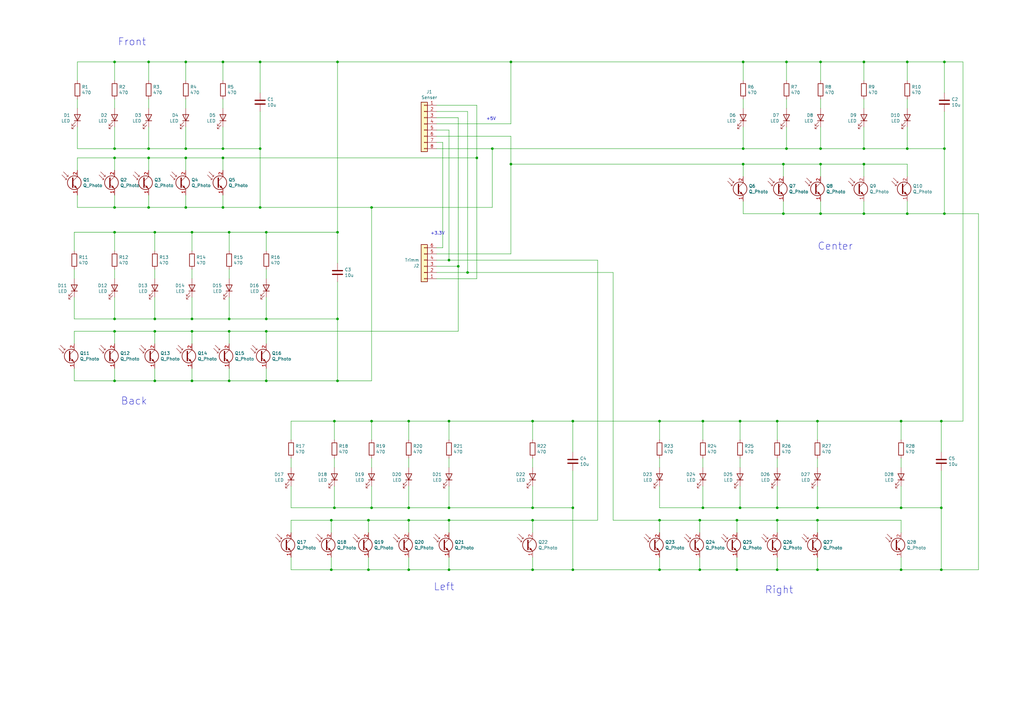
<source format=kicad_sch>
(kicad_sch (version 20211123) (generator eeschema)
  (paper "A3")
  (title_block (title "line senser") (date "2022-02-20") (rev "1.0") (company "Saeki.A"))
  (lib_symbols
    (symbol "Connector_Generic:Conn_01x06" (pin_names (offset 1.016) hide)
      (property "Reference" "J" (at 0 7.62 0))
      (property "Value" "Conn_01x06" (at 0 -10.16 0))
      (symbol "Conn_01x06_1_1"
        (rectangle (start -1.27 -7.493) (end 0 -7.747) (stroke (width 0.1524)))
        (rectangle (start -1.27 -4.953) (end 0 -5.207) (stroke (width 0.1524)))
        (rectangle (start -1.27 -2.413) (end 0 -2.667) (stroke (width 0.1524)))
        (rectangle (start -1.27 0.127) (end 0 -0.127) (stroke (width 0.1524)))
        (rectangle (start -1.27 2.667) (end 0 2.413) (stroke (width 0.1524)))
        (rectangle (start -1.27 5.207) (end 0 4.953) (stroke (width 0.1524)))
        (rectangle (start -1.27 6.35) (end 1.27 -8.89) (stroke (width 0.254)) (fill (type background)))
        (pin passive line (at -5.08 5.08 0) (length 3.81) (name "Pin_1") (number "1"))
        (pin passive line (at -5.08 2.54 0) (length 3.81) (name "Pin_2") (number "2"))
        (pin passive line (at -5.08 0 0) (length 3.81) (name "Pin_3") (number "3"))
        (pin passive line (at -5.08 -2.54 0) (length 3.81) (name "Pin_4") (number "4"))
        (pin passive line (at -5.08 -5.08 0) (length 3.81) (name "Pin_5") (number "5"))
        (pin passive line (at -5.08 -7.62 0) (length 3.81) (name "Pin_6") (number "6"))
      )
    )
    (symbol "Connector_Generic:Conn_01x08" (pin_names (offset 1.016) hide)
      (property "Reference" "J" (at 0 10.16 0))
      (property "Value" "Conn_01x08" (at 0 -12.7 0))
      (symbol "Conn_01x08_1_1"
        (rectangle (start -1.27 -10.033) (end 0 -10.287) (stroke (width 0.1524)))
        (rectangle (start -1.27 -7.493) (end 0 -7.747) (stroke (width 0.1524)))
        (rectangle (start -1.27 -4.953) (end 0 -5.207) (stroke (width 0.1524)))
        (rectangle (start -1.27 -2.413) (end 0 -2.667) (stroke (width 0.1524)))
        (rectangle (start -1.27 0.127) (end 0 -0.127) (stroke (width 0.1524)))
        (rectangle (start -1.27 2.667) (end 0 2.413) (stroke (width 0.1524)))
        (rectangle (start -1.27 5.207) (end 0 4.953) (stroke (width 0.1524)))
        (rectangle (start -1.27 7.747) (end 0 7.493) (stroke (width 0.1524)))
        (rectangle (start -1.27 8.89) (end 1.27 -11.43) (stroke (width 0.254)) (fill (type background)))
        (pin passive line (at -5.08 7.62 0) (length 3.81) (name "Pin_1") (number "1"))
        (pin passive line (at -5.08 5.08 0) (length 3.81) (name "Pin_2") (number "2"))
        (pin passive line (at -5.08 2.54 0) (length 3.81) (name "Pin_3") (number "3"))
        (pin passive line (at -5.08 0 0) (length 3.81) (name "Pin_4") (number "4"))
        (pin passive line (at -5.08 -2.54 0) (length 3.81) (name "Pin_5") (number "5"))
        (pin passive line (at -5.08 -5.08 0) (length 3.81) (name "Pin_6") (number "6"))
        (pin passive line (at -5.08 -7.62 0) (length 3.81) (name "Pin_7") (number "7"))
        (pin passive line (at -5.08 -10.16 0) (length 3.81) (name "Pin_8") (number "8"))
      )
    )
    (symbol "Device:C" (pin_numbers hide) (pin_names (offset 0.254))
      (property "Reference" "C" (at 0.635 2.54 0))
      (property "Value" "C" (at 0.635 -2.54 0))
      (symbol "C_0_1"
        (polyline (pts (xy -2.032 -0.762) (xy 2.032 -0.762)) (stroke (width 0.508)))
        (polyline (pts (xy -2.032 0.762) (xy 2.032 0.762)) (stroke (width 0.508)))
      )
      (symbol "C_1_1"
        (pin passive line (at 0 3.81 270) (length 2.794) (name "~") (number "1"))
        (pin passive line (at 0 -3.81 90) (length 2.794) (name "~") (number "2"))
      )
    )
    (symbol "Device:LED" (pin_numbers hide) (pin_names (offset 1.016) hide)
      (property "Reference" "D" (at 0 2.54 0))
      (property "Value" "LED" (at 0 -2.54 0))
      (symbol "LED_0_1"
        (polyline (pts (xy -1.27 -1.27) (xy -1.27 1.27)) (stroke (width 0.254)))
        (polyline (pts (xy -1.27 0) (xy 1.27 0)))
        (polyline (pts (xy 1.27 -1.27) (xy 1.27 1.27) (xy -1.27 0) (xy 1.27 -1.27)) (stroke (width 0.254)))
        (polyline (pts (xy -3.048 -0.762) (xy -4.572 -2.286) (xy -3.81 -2.286) (xy -4.572 -2.286) (xy -4.572 -1.524)))
        (polyline (pts (xy -1.778 -0.762) (xy -3.302 -2.286) (xy -2.54 -2.286) (xy -3.302 -2.286) (xy -3.302 -1.524)))
      )
      (symbol "LED_1_1"
        (pin passive line (at -3.81 0 0) (length 2.54) (name "K") (number "1"))
        (pin passive line (at 3.81 0 180) (length 2.54) (name "A") (number "2"))
      )
    )
    (symbol "Device:Q_Photo_NPN_EC" (pin_names (offset 0) hide)
      (property "Reference" "Q" (at 5.08 1.27 0))
      (property "Value" "Q_Photo_NPN_EC" (at 5.08 -1.27 0))
      (symbol "Q_Photo_NPN_EC_0_1"
        (polyline (pts (xy -1.905 1.27) (xy -2.54 1.27)))
        (polyline (pts (xy -1.27 2.54) (xy -1.905 2.54)))
        (polyline (pts (xy 0.635 0.635) (xy 2.54 2.54)))
        (polyline (pts (xy -3.81 3.175) (xy -1.905 1.27) (xy -1.905 1.905)))
        (polyline (pts (xy -3.175 4.445) (xy -1.27 2.54) (xy -1.27 3.175)))
        (polyline (pts (xy 0.635 -0.635) (xy 2.54 -2.54) (xy 2.54 -2.54)))
        (polyline (pts (xy 0.635 1.905) (xy 0.635 -1.905) (xy 0.635 -1.905)) (stroke (width 0.508)))
        (polyline (pts (xy 1.27 -1.778) (xy 1.778 -1.27) (xy 2.286 -2.286) (xy 1.27 -1.778) (xy 1.27 -1.778)) (fill (type outline)))
        (circle (center 1.27 0) (radius 2.8194) (stroke (width 0.254)))
      )
      (symbol "Q_Photo_NPN_EC_1_1"
        (pin passive line (at 2.54 -5.08 90) (length 2.54) (name "E") (number "1"))
        (pin passive line (at 2.54 5.08 270) (length 2.54) (name "C") (number "2"))
      )
    )
    (symbol "Device:R" (pin_numbers hide) (pin_names (offset 0))
      (property "Reference" "R" (at 2.032 0 90))
      (property "Value" "R" (at 0 0 90))
      (symbol "R_0_1"
        (rectangle (start -1.016 -2.54) (end 1.016 2.54) (stroke (width 0.254)))
      )
      (symbol "R_1_1"
        (pin passive line (at 0 3.81 270) (length 1.27) (name "~") (number "1"))
        (pin passive line (at 0 -3.81 90) (length 1.27) (name "~") (number "2"))
      )
    )
  )
  (junction (at 152.4 172.72))
  (junction (at 184.15 233.68))
  (junction (at 63.5 135.89))
  (junction (at 288.29 172.72))
  (junction (at 109.22 95.25))
  (junction (at 304.8 25.4))
  (junction (at 137.16 208.28))
  (junction (at 302.26 213.36))
  (junction (at 91.44 60.96))
  (junction (at 60.96 85.09))
  (junction (at 46.99 95.25))
  (junction (at 91.44 25.4))
  (junction (at 167.64 233.68))
  (junction (at 78.74 130.81))
  (junction (at 46.99 25.4))
  (junction (at 321.31 87.63))
  (junction (at 369.57 208.28))
  (junction (at 93.98 95.25))
  (junction (at 318.77 233.68))
  (junction (at 109.22 135.89))
  (junction (at 322.58 60.96))
  (junction (at 336.55 60.96))
  (junction (at 318.77 213.36))
  (junction (at 218.44 208.28))
  (junction (at 336.55 25.4))
  (junction (at 386.08 233.68))
  (junction (at 318.77 172.72))
  (junction (at 46.99 85.09))
  (junction (at 335.28 172.72))
  (junction (at 336.55 87.63))
  (junction (at 152.4 208.28))
  (junction (at 78.74 135.89))
  (junction (at 60.96 25.4))
  (junction (at 184.15 172.72))
  (junction (at 106.68 25.4))
  (junction (at 369.57 233.68))
  (junction (at 354.33 25.4))
  (junction (at 137.16 172.72))
  (junction (at 354.33 60.96))
  (junction (at 76.2 25.4))
  (junction (at 304.8 60.96))
  (junction (at 218.44 233.68))
  (junction (at 372.11 60.96))
  (junction (at 372.11 87.63))
  (junction (at 318.77 208.28))
  (junction (at 287.02 213.36))
  (junction (at 135.89 213.36))
  (junction (at 46.99 135.89))
  (junction (at 187.96 109.22))
  (junction (at 218.44 172.72))
  (junction (at 386.08 208.28))
  (junction (at 135.89 233.68))
  (junction (at 184.15 208.28))
  (junction (at 270.51 213.36))
  (junction (at 63.5 95.25))
  (junction (at 91.44 85.09))
  (junction (at 91.44 64.77))
  (junction (at 387.35 60.96))
  (junction (at 76.2 60.96))
  (junction (at 46.99 130.81))
  (junction (at 106.68 60.96))
  (junction (at 63.5 156.21))
  (junction (at 386.08 172.72))
  (junction (at 209.55 25.4))
  (junction (at 287.02 233.68))
  (junction (at 138.43 95.25))
  (junction (at 195.58 64.77))
  (junction (at 76.2 85.09))
  (junction (at 184.15 106.68))
  (junction (at 270.51 172.72))
  (junction (at 151.13 233.68))
  (junction (at 387.35 25.4))
  (junction (at 335.28 233.68))
  (junction (at 78.74 95.25))
  (junction (at 191.77 111.76))
  (junction (at 78.74 156.21))
  (junction (at 234.95 208.28))
  (junction (at 354.33 67.31))
  (junction (at 335.28 208.28))
  (junction (at 304.8 67.31))
  (junction (at 60.96 60.96))
  (junction (at 138.43 25.4))
  (junction (at 46.99 64.77))
  (junction (at 369.57 172.72))
  (junction (at 302.26 233.68))
  (junction (at 288.29 208.28))
  (junction (at 138.43 156.21))
  (junction (at 76.2 64.77))
  (junction (at 167.64 208.28))
  (junction (at 109.22 130.81))
  (junction (at 60.96 64.77))
  (junction (at 209.55 67.31))
  (junction (at 46.99 60.96))
  (junction (at 270.51 233.68))
  (junction (at 303.53 208.28))
  (junction (at 46.99 156.21))
  (junction (at 106.68 85.09))
  (junction (at 167.64 172.72))
  (junction (at 303.53 172.72))
  (junction (at 93.98 156.21))
  (junction (at 138.43 130.81))
  (junction (at 93.98 135.89))
  (junction (at 201.93 60.96))
  (junction (at 335.28 213.36))
  (junction (at 322.58 25.4))
  (junction (at 151.13 213.36))
  (junction (at 321.31 67.31))
  (junction (at 152.4 85.09))
  (junction (at 387.35 87.63))
  (junction (at 372.11 25.4))
  (junction (at 234.95 172.72))
  (junction (at 167.64 213.36))
  (junction (at 109.22 156.21))
  (junction (at 218.44 213.36))
  (junction (at 354.33 87.63))
  (junction (at 234.95 233.68))
  (junction (at 63.5 130.81))
  (junction (at 93.98 130.81))
  (junction (at 336.55 67.31))
  (junction (at 184.15 213.36))
  (wire (pts (xy 31.75 52.07) (xy 31.75 60.96)))
  (wire (pts (xy 30.48 121.92) (xy 30.48 130.81)))
  (wire (pts (xy 152.4 172.72) (xy 152.4 180.34)))
  (wire (pts (xy 369.57 218.44) (xy 369.57 213.36)))
  (wire (pts (xy 138.43 25.4) (xy 209.55 25.4)))
  (wire (pts (xy 46.99 69.85) (xy 46.99 64.77)))
  (wire (pts (xy 137.16 208.28) (xy 152.4 208.28)))
  (wire (pts (xy 218.44 208.28) (xy 218.44 199.39)))
  (wire (pts (xy 60.96 80.01) (xy 60.96 85.09)))
  (wire (pts (xy 304.8 60.96) (xy 322.58 60.96)))
  (wire (pts (xy 30.48 156.21) (xy 46.99 156.21)))
  (wire (pts (xy 167.64 172.72) (xy 167.64 180.34)))
  (wire (pts (xy 303.53 172.72) (xy 318.77 172.72)))
  (wire (pts (xy 218.44 208.28) (xy 234.95 208.28)))
  (wire (pts (xy 369.57 208.28) (xy 386.08 208.28)))
  (wire (pts (xy 304.8 67.31) (xy 209.55 67.31)))
  (wire (pts (xy 109.22 156.21) (xy 138.43 156.21)))
  (wire (pts (xy 318.77 218.44) (xy 318.77 213.36)))
  (wire (pts (xy 369.57 172.72) (xy 369.57 180.34)))
  (wire (pts (xy 336.55 52.07) (xy 336.55 60.96)))
  (wire (pts (xy 78.74 95.25) (xy 93.98 95.25)))
  (wire (pts (xy 303.53 199.39) (xy 303.53 208.28)))
  (wire (pts (xy 91.44 80.01) (xy 91.44 85.09)))
  (wire (pts (xy 234.95 193.04) (xy 234.95 208.28)))
  (wire (pts (xy 336.55 82.55) (xy 336.55 87.63)))
  (wire (pts (xy 60.96 60.96) (xy 76.2 60.96)))
  (wire (pts (xy 322.58 40.64) (xy 322.58 44.45)))
  (wire (pts (xy 60.96 85.09) (xy 76.2 85.09)))
  (wire (pts (xy 184.15 53.34) (xy 184.15 106.68)))
  (wire (pts (xy 322.58 25.4) (xy 322.58 33.02)))
  (wire (pts (xy 91.44 25.4) (xy 106.68 25.4)))
  (wire (pts (xy 318.77 172.72) (xy 335.28 172.72)))
  (wire (pts (xy 179.07 106.68) (xy 184.15 106.68)))
  (wire (pts (xy 46.99 151.13) (xy 46.99 156.21)))
  (wire (pts (xy 76.2 64.77) (xy 91.44 64.77)))
  (wire (pts (xy 138.43 156.21) (xy 152.4 156.21)))
  (wire (pts (xy 322.58 52.07) (xy 322.58 60.96)))
  (wire (pts (xy 106.68 45.72) (xy 106.68 60.96)))
  (wire (pts (xy 30.48 151.13) (xy 30.48 156.21)))
  (wire (pts (xy 288.29 187.96) (xy 288.29 191.77)))
  (wire (pts (xy 60.96 69.85) (xy 60.96 64.77)))
  (wire (pts (xy 167.64 228.6) (xy 167.64 233.68)))
  (wire (pts (xy 63.5 110.49) (xy 63.5 114.3)))
  (wire (pts (xy 152.4 172.72) (xy 167.64 172.72)))
  (wire (pts (xy 386.08 193.04) (xy 386.08 208.28)))
  (wire (pts (xy 394.97 172.72) (xy 386.08 172.72)))
  (wire (pts (xy 195.58 43.18) (xy 195.58 64.77)))
  (wire (pts (xy 46.99 40.64) (xy 46.99 44.45)))
  (wire (pts (xy 31.75 25.4) (xy 46.99 25.4)))
  (wire (pts (xy 167.64 208.28) (xy 184.15 208.28)))
  (wire (pts (xy 321.31 67.31) (xy 336.55 67.31)))
  (wire (pts (xy 76.2 80.01) (xy 76.2 85.09)))
  (wire (pts (xy 30.48 135.89) (xy 46.99 135.89)))
  (wire (pts (xy 184.15 218.44) (xy 184.15 213.36)))
  (wire (pts (xy 63.5 156.21) (xy 78.74 156.21)))
  (wire (pts (xy 93.98 140.97) (xy 93.98 135.89)))
  (wire (pts (xy 287.02 218.44) (xy 287.02 213.36)))
  (wire (pts (xy 179.07 60.96) (xy 201.93 60.96)))
  (wire (pts (xy 335.28 208.28) (xy 369.57 208.28)))
  (wire (pts (xy 354.33 67.31) (xy 372.11 67.31)))
  (wire (pts (xy 46.99 110.49) (xy 46.99 114.3)))
  (wire (pts (xy 270.51 228.6) (xy 270.51 233.68)))
  (wire (pts (xy 336.55 40.64) (xy 336.55 44.45)))
  (wire (pts (xy 179.07 111.76) (xy 191.77 111.76)))
  (wire (pts (xy 63.5 95.25) (xy 78.74 95.25)))
  (wire (pts (xy 318.77 208.28) (xy 335.28 208.28)))
  (wire (pts (xy 46.99 64.77) (xy 60.96 64.77)))
  (wire (pts (xy 119.38 199.39) (xy 119.38 208.28)))
  (wire (pts (xy 302.26 218.44) (xy 302.26 213.36)))
  (wire (pts (xy 119.38 218.44) (xy 119.38 213.36)))
  (wire (pts (xy 372.11 60.96) (xy 387.35 60.96)))
  (wire (pts (xy 167.64 233.68) (xy 184.15 233.68)))
  (wire (pts (xy 335.28 187.96) (xy 335.28 191.77)))
  (wire (pts (xy 31.75 25.4) (xy 31.75 33.02)))
  (wire (pts (xy 63.5 140.97) (xy 63.5 135.89)))
  (wire (pts (xy 91.44 25.4) (xy 91.44 33.02)))
  (wire (pts (xy 91.44 60.96) (xy 106.68 60.96)))
  (wire (pts (xy 179.07 109.22) (xy 187.96 109.22)))
  (wire (pts (xy 401.32 87.63) (xy 401.32 233.68)))
  (wire (pts (xy 270.51 213.36) (xy 287.02 213.36)))
  (wire (pts (xy 46.99 25.4) (xy 60.96 25.4)))
  (wire (pts (xy 93.98 130.81) (xy 109.22 130.81)))
  (wire (pts (xy 318.77 187.96) (xy 318.77 191.77)))
  (wire (pts (xy 387.35 87.63) (xy 401.32 87.63)))
  (wire (pts (xy 78.74 156.21) (xy 93.98 156.21)))
  (wire (pts (xy 30.48 95.25) (xy 30.48 102.87)))
  (wire (pts (xy 109.22 151.13) (xy 109.22 156.21)))
  (wire (pts (xy 303.53 172.72) (xy 303.53 180.34)))
  (wire (pts (xy 179.07 45.72) (xy 191.77 45.72)))
  (wire (pts (xy 234.95 172.72) (xy 234.95 185.42)))
  (wire (pts (xy 218.44 213.36) (xy 218.44 218.44)))
  (wire (pts (xy 336.55 60.96) (xy 354.33 60.96)))
  (wire (pts (xy 372.11 25.4) (xy 387.35 25.4)))
  (wire (pts (xy 322.58 60.96) (xy 336.55 60.96)))
  (wire (pts (xy 181.61 58.42) (xy 181.61 101.6)))
  (wire (pts (xy 46.99 156.21) (xy 63.5 156.21)))
  (wire (pts (xy 76.2 69.85) (xy 76.2 64.77)))
  (wire (pts (xy 63.5 95.25) (xy 63.5 102.87)))
  (wire (pts (xy 151.13 233.68) (xy 167.64 233.68)))
  (wire (pts (xy 372.11 82.55) (xy 372.11 87.63)))
  (wire (pts (xy 335.28 233.68) (xy 369.57 233.68)))
  (wire (pts (xy 76.2 60.96) (xy 91.44 60.96)))
  (wire (pts (xy 109.22 95.25) (xy 138.43 95.25)))
  (wire (pts (xy 251.46 111.76) (xy 251.46 213.36)))
  (wire (pts (xy 78.74 121.92) (xy 78.74 130.81)))
  (wire (pts (xy 109.22 110.49) (xy 109.22 114.3)))
  (wire (pts (xy 209.55 67.31) (xy 209.55 104.14)))
  (wire (pts (xy 270.51 172.72) (xy 270.51 180.34)))
  (wire (pts (xy 321.31 87.63) (xy 336.55 87.63)))
  (wire (pts (xy 304.8 82.55) (xy 304.8 87.63)))
  (wire (pts (xy 251.46 213.36) (xy 270.51 213.36)))
  (wire (pts (xy 46.99 95.25) (xy 63.5 95.25)))
  (wire (pts (xy 234.95 233.68) (xy 270.51 233.68)))
  (wire (pts (xy 321.31 72.39) (xy 321.31 67.31)))
  (wire (pts (xy 93.98 95.25) (xy 109.22 95.25)))
  (wire (pts (xy 30.48 110.49) (xy 30.48 114.3)))
  (wire (pts (xy 138.43 130.81) (xy 138.43 156.21)))
  (wire (pts (xy 46.99 95.25) (xy 46.99 102.87)))
  (wire (pts (xy 137.16 172.72) (xy 152.4 172.72)))
  (wire (pts (xy 46.99 80.01) (xy 46.99 85.09)))
  (wire (pts (xy 179.07 50.8) (xy 209.55 50.8)))
  (wire (pts (xy 387.35 25.4) (xy 387.35 38.1)))
  (wire (pts (xy 152.4 85.09) (xy 152.4 156.21)))
  (wire (pts (xy 201.93 85.09) (xy 201.93 60.96)))
  (wire (pts (xy 31.75 80.01) (xy 31.75 85.09)))
  (wire (pts (xy 303.53 187.96) (xy 303.53 191.77)))
  (wire (pts (xy 270.51 208.28) (xy 288.29 208.28)))
  (wire (pts (xy 335.28 172.72) (xy 369.57 172.72)))
  (wire (pts (xy 109.22 156.21) (xy 93.98 156.21)))
  (wire (pts (xy 304.8 40.64) (xy 304.8 44.45)))
  (wire (pts (xy 303.53 208.28) (xy 318.77 208.28)))
  (wire (pts (xy 179.07 114.3) (xy 195.58 114.3)))
  (wire (pts (xy 151.13 218.44) (xy 151.13 213.36)))
  (wire (pts (xy 336.55 72.39) (xy 336.55 67.31)))
  (wire (pts (xy 195.58 64.77) (xy 195.58 114.3)))
  (wire (pts (xy 46.99 25.4) (xy 46.99 33.02)))
  (wire (pts (xy 135.89 228.6) (xy 135.89 233.68)))
  (wire (pts (xy 372.11 25.4) (xy 372.11 33.02)))
  (wire (pts (xy 369.57 187.96) (xy 369.57 191.77)))
  (wire (pts (xy 218.44 233.68) (xy 234.95 233.68)))
  (wire (pts (xy 138.43 95.25) (xy 138.43 107.95)))
  (wire (pts (xy 234.95 208.28) (xy 234.95 233.68)))
  (wire (pts (xy 152.4 85.09) (xy 201.93 85.09)))
  (wire (pts (xy 218.44 228.6) (xy 218.44 233.68)))
  (wire (pts (xy 318.77 228.6) (xy 318.77 233.68)))
  (wire (pts (xy 63.5 151.13) (xy 63.5 156.21)))
  (wire (pts (xy 288.29 172.72) (xy 303.53 172.72)))
  (wire (pts (xy 78.74 110.49) (xy 78.74 114.3)))
  (wire (pts (xy 109.22 135.89) (xy 187.96 135.89)))
  (wire (pts (xy 245.11 213.36) (xy 245.11 106.68)))
  (wire (pts (xy 46.99 85.09) (xy 60.96 85.09)))
  (wire (pts (xy 318.77 233.68) (xy 335.28 233.68)))
  (wire (pts (xy 46.99 121.92) (xy 46.99 130.81)))
  (wire (pts (xy 288.29 199.39) (xy 288.29 208.28)))
  (wire (pts (xy 288.29 208.28) (xy 303.53 208.28)))
  (wire (pts (xy 372.11 60.96) (xy 372.11 52.07)))
  (wire (pts (xy 386.08 172.72) (xy 386.08 185.42)))
  (wire (pts (xy 76.2 25.4) (xy 76.2 33.02)))
  (wire (pts (xy 304.8 25.4) (xy 322.58 25.4)))
  (wire (pts (xy 304.8 52.07) (xy 304.8 60.96)))
  (wire (pts (xy 369.57 199.39) (xy 369.57 208.28)))
  (wire (pts (xy 354.33 25.4) (xy 372.11 25.4)))
  (wire (pts (xy 119.38 208.28) (xy 137.16 208.28)))
  (wire (pts (xy 78.74 151.13) (xy 78.74 156.21)))
  (wire (pts (xy 93.98 121.92) (xy 93.98 130.81)))
  (wire (pts (xy 152.4 187.96) (xy 152.4 191.77)))
  (wire (pts (xy 372.11 87.63) (xy 387.35 87.63)))
  (wire (pts (xy 119.38 187.96) (xy 119.38 191.77)))
  (wire (pts (xy 318.77 172.72) (xy 318.77 180.34)))
  (wire (pts (xy 60.96 25.4) (xy 60.96 33.02)))
  (wire (pts (xy 46.99 140.97) (xy 46.99 135.89)))
  (wire (pts (xy 191.77 111.76) (xy 251.46 111.76)))
  (wire (pts (xy 270.51 218.44) (xy 270.51 213.36)))
  (wire (pts (xy 369.57 228.6) (xy 369.57 233.68)))
  (wire (pts (xy 31.75 69.85) (xy 31.75 64.77)))
  (wire (pts (xy 46.99 60.96) (xy 60.96 60.96)))
  (wire (pts (xy 184.15 172.72) (xy 184.15 180.34)))
  (wire (pts (xy 78.74 135.89) (xy 93.98 135.89)))
  (wire (pts (xy 151.13 228.6) (xy 151.13 233.68)))
  (wire (pts (xy 335.28 213.36) (xy 369.57 213.36)))
  (wire (pts (xy 288.29 172.72) (xy 288.29 180.34)))
  (wire (pts (xy 179.07 58.42) (xy 181.61 58.42)))
  (wire (pts (xy 179.07 43.18) (xy 195.58 43.18)))
  (wire (pts (xy 245.11 106.68) (xy 184.15 106.68)))
  (wire (pts (xy 30.48 140.97) (xy 30.48 135.89)))
  (wire (pts (xy 354.33 87.63) (xy 372.11 87.63)))
  (wire (pts (xy 401.32 233.68) (xy 386.08 233.68)))
  (wire (pts (xy 184.15 213.36) (xy 218.44 213.36)))
  (wire (pts (xy 270.51 199.39) (xy 270.51 208.28)))
  (wire (pts (xy 354.33 60.96) (xy 354.33 52.07)))
  (wire (pts (xy 63.5 130.81) (xy 78.74 130.81)))
  (wire (pts (xy 119.38 228.6) (xy 119.38 233.68)))
  (wire (pts (xy 46.99 52.07) (xy 46.99 60.96)))
  (wire (pts (xy 167.64 213.36) (xy 184.15 213.36)))
  (wire (pts (xy 191.77 45.72) (xy 191.77 111.76)))
  (wire (pts (xy 63.5 135.89) (xy 78.74 135.89)))
  (wire (pts (xy 119.38 172.72) (xy 119.38 180.34)))
  (wire (pts (xy 304.8 67.31) (xy 321.31 67.31)))
  (wire (pts (xy 179.07 53.34) (xy 184.15 53.34)))
  (wire (pts (xy 218.44 213.36) (xy 245.11 213.36)))
  (wire (pts (xy 322.58 25.4) (xy 336.55 25.4)))
  (wire (pts (xy 218.44 172.72) (xy 218.44 180.34)))
  (wire (pts (xy 109.22 130.81) (xy 109.22 121.92)))
  (wire (pts (xy 106.68 25.4) (xy 106.68 38.1)))
  (wire (pts (xy 46.99 130.81) (xy 63.5 130.81)))
  (wire (pts (xy 270.51 172.72) (xy 288.29 172.72)))
  (wire (pts (xy 369.57 233.68) (xy 386.08 233.68)))
  (wire (pts (xy 109.22 95.25) (xy 109.22 102.87)))
  (wire (pts (xy 179.07 48.26) (xy 187.96 48.26)))
  (wire (pts (xy 167.64 187.96) (xy 167.64 191.77)))
  (wire (pts (xy 187.96 48.26) (xy 187.96 109.22)))
  (wire (pts (xy 218.44 172.72) (xy 234.95 172.72)))
  (wire (pts (xy 78.74 130.81) (xy 93.98 130.81)))
  (wire (pts (xy 302.26 233.68) (xy 318.77 233.68)))
  (wire (pts (xy 181.61 101.6) (xy 179.07 101.6)))
  (wire (pts (xy 30.48 130.81) (xy 46.99 130.81)))
  (wire (pts (xy 167.64 218.44) (xy 167.64 213.36)))
  (wire (pts (xy 184.15 172.72) (xy 218.44 172.72)))
  (wire (pts (xy 302.26 213.36) (xy 318.77 213.36)))
  (wire (pts (xy 336.55 25.4) (xy 336.55 33.02)))
  (wire (pts (xy 354.33 40.64) (xy 354.33 44.45)))
  (wire (pts (xy 138.43 115.57) (xy 138.43 130.81)))
  (wire (pts (xy 137.16 172.72) (xy 137.16 180.34)))
  (wire (pts (xy 187.96 135.89) (xy 187.96 109.22)))
  (wire (pts (xy 179.07 55.88) (xy 209.55 55.88)))
  (wire (pts (xy 321.31 82.55) (xy 321.31 87.63)))
  (wire (pts (xy 151.13 213.36) (xy 167.64 213.36)))
  (wire (pts (xy 201.93 60.96) (xy 304.8 60.96)))
  (wire (pts (xy 31.75 85.09) (xy 46.99 85.09)))
  (wire (pts (xy 91.44 85.09) (xy 106.68 85.09)))
  (wire (pts (xy 167.64 172.72) (xy 184.15 172.72)))
  (wire (pts (xy 31.75 64.77) (xy 46.99 64.77)))
  (wire (pts (xy 91.44 40.64) (xy 91.44 44.45)))
  (wire (pts (xy 335.28 172.72) (xy 335.28 180.34)))
  (wire (pts (xy 46.99 135.89) (xy 63.5 135.89)))
  (wire (pts (xy 354.33 60.96) (xy 372.11 60.96)))
  (wire (pts (xy 335.28 199.39) (xy 335.28 208.28)))
  (wire (pts (xy 119.38 213.36) (xy 135.89 213.36)))
  (wire (pts (xy 106.68 60.96) (xy 106.68 85.09)))
  (wire (pts (xy 387.35 60.96) (xy 387.35 87.63)))
  (wire (pts (xy 60.96 52.07) (xy 60.96 60.96)))
  (wire (pts (xy 76.2 25.4) (xy 91.44 25.4)))
  (wire (pts (xy 152.4 208.28) (xy 167.64 208.28)))
  (wire (pts (xy 318.77 199.39) (xy 318.77 208.28)))
  (wire (pts (xy 60.96 64.77) (xy 76.2 64.77)))
  (wire (pts (xy 167.64 199.39) (xy 167.64 208.28)))
  (wire (pts (xy 76.2 40.64) (xy 76.2 44.45)))
  (wire (pts (xy 78.74 95.25) (xy 78.74 102.87)))
  (wire (pts (xy 184.15 233.68) (xy 218.44 233.68)))
  (wire (pts (xy 386.08 208.28) (xy 386.08 233.68)))
  (wire (pts (xy 209.55 55.88) (xy 209.55 67.31)))
  (wire (pts (xy 138.43 95.25) (xy 138.43 25.4)))
  (wire (pts (xy 304.8 72.39) (xy 304.8 67.31)))
  (wire (pts (xy 335.28 218.44) (xy 335.28 213.36)))
  (wire (pts (xy 318.77 213.36) (xy 335.28 213.36)))
  (wire (pts (xy 109.22 130.81) (xy 138.43 130.81)))
  (wire (pts (xy 209.55 50.8) (xy 209.55 25.4)))
  (wire (pts (xy 387.35 45.72) (xy 387.35 60.96)))
  (wire (pts (xy 354.33 25.4) (xy 354.33 33.02)))
  (wire (pts (xy 336.55 67.31) (xy 354.33 67.31)))
  (wire (pts (xy 60.96 40.64) (xy 60.96 44.45)))
  (wire (pts (xy 218.44 187.96) (xy 218.44 191.77)))
  (wire (pts (xy 336.55 25.4) (xy 354.33 25.4)))
  (wire (pts (xy 369.57 172.72) (xy 386.08 172.72)))
  (wire (pts (xy 135.89 233.68) (xy 151.13 233.68)))
  (wire (pts (xy 335.28 228.6) (xy 335.28 233.68)))
  (wire (pts (xy 30.48 95.25) (xy 46.99 95.25)))
  (wire (pts (xy 302.26 228.6) (xy 302.26 233.68)))
  (wire (pts (xy 152.4 199.39) (xy 152.4 208.28)))
  (wire (pts (xy 78.74 140.97) (xy 78.74 135.89)))
  (wire (pts (xy 304.8 25.4) (xy 304.8 33.02)))
  (wire (pts (xy 354.33 87.63) (xy 354.33 82.55)))
  (wire (pts (xy 287.02 233.68) (xy 302.26 233.68)))
  (wire (pts (xy 137.16 187.96) (xy 137.16 191.77)))
  (wire (pts (xy 60.96 25.4) (xy 76.2 25.4)))
  (wire (pts (xy 137.16 199.39) (xy 137.16 208.28)))
  (wire (pts (xy 76.2 85.09) (xy 91.44 85.09)))
  (wire (pts (xy 135.89 213.36) (xy 151.13 213.36)))
  (wire (pts (xy 93.98 95.25) (xy 93.98 102.87)))
  (wire (pts (xy 372.11 67.31) (xy 372.11 72.39)))
  (wire (pts (xy 287.02 228.6) (xy 287.02 233.68)))
  (wire (pts (xy 91.44 69.85) (xy 91.44 64.77)))
  (wire (pts (xy 119.38 172.72) (xy 137.16 172.72)))
  (wire (pts (xy 354.33 67.31) (xy 354.33 72.39)))
  (wire (pts (xy 106.68 25.4) (xy 138.43 25.4)))
  (wire (pts (xy 119.38 233.68) (xy 135.89 233.68)))
  (wire (pts (xy 93.98 151.13) (xy 93.98 156.21)))
  (wire (pts (xy 63.5 121.92) (xy 63.5 130.81)))
  (wire (pts (xy 31.75 60.96) (xy 46.99 60.96)))
  (wire (pts (xy 270.51 187.96) (xy 270.51 191.77)))
  (wire (pts (xy 234.95 172.72) (xy 270.51 172.72)))
  (wire (pts (xy 109.22 135.89) (xy 109.22 140.97)))
  (wire (pts (xy 209.55 25.4) (xy 304.8 25.4)))
  (wire (pts (xy 31.75 40.64) (xy 31.75 44.45)))
  (wire (pts (xy 184.15 208.28) (xy 218.44 208.28)))
  (wire (pts (xy 91.44 64.77) (xy 195.58 64.77)))
  (wire (pts (xy 179.07 104.14) (xy 209.55 104.14)))
  (wire (pts (xy 106.68 85.09) (xy 152.4 85.09)))
  (wire (pts (xy 394.97 25.4) (xy 394.97 172.72)))
  (wire (pts (xy 270.51 233.68) (xy 287.02 233.68)))
  (wire (pts (xy 91.44 52.07) (xy 91.44 60.96)))
  (wire (pts (xy 184.15 199.39) (xy 184.15 208.28)))
  (wire (pts (xy 387.35 25.4) (xy 394.97 25.4)))
  (wire (pts (xy 184.15 187.96) (xy 184.15 191.77)))
  (wire (pts (xy 304.8 87.63) (xy 321.31 87.63)))
  (wire (pts (xy 76.2 52.07) (xy 76.2 60.96)))
  (wire (pts (xy 135.89 218.44) (xy 135.89 213.36)))
  (wire (pts (xy 93.98 110.49) (xy 93.98 114.3)))
  (wire (pts (xy 184.15 228.6) (xy 184.15 233.68)))
  (wire (pts (xy 372.11 40.64) (xy 372.11 44.45)))
  (wire (pts (xy 336.55 87.63) (xy 354.33 87.63)))
  (wire (pts (xy 93.98 135.89) (xy 109.22 135.89)))
  (wire (pts (xy 287.02 213.36) (xy 302.26 213.36)))
  (text "Front" (at 48.26 19.05 0) (effects (font (size 2.9972 2.9972)) (justify left bottom)))
  (text "+5V" (at 199.39 49.53 0) (effects (font (size 1.27 1.27)) (justify left bottom)))
  (text "+3.3V" (at 176.53 96.52 0) (effects (font (size 1.27 1.27)) (justify left bottom)))
  (text "Right" (at 313.69 243.84 0) (effects (font (size 2.9972 2.9972)) (justify left bottom)))
  (text "Center" (at 335.28 102.87 0) (effects (font (size 2.9972 2.9972)) (justify left bottom)))
  (text "Left" (at 177.8 242.57 0) (effects (font (size 2.9972 2.9972)) (justify left bottom)))
  (text "Back" (at 49.53 166.37 0) (effects (font (size 2.9972 2.9972)) (justify left bottom)))
  (symbol (lib_id "Connector_Generic:Conn_01x08") (at 173.99 50.8 0) (mirror y) (unit 1)
    (property "Reference" "J1" (at 176.0728 37.6682 0))
    (property "Value" "Senser" (at 176.0728 39.9796 0))
    (property "Footprint" "0.main.robot:JSTS8B-ZRLFSN" (effects hide))
  )
  (symbol (lib_id "Connector_Generic:Conn_01x06") (at 173.99 109.22 180) (unit 1)
    (property "Reference" "J2" (at 171.958 109.0168 0) (effects (justify left)))
    (property "Value" "Trimm" (at 171.958 106.7054 0) (effects (justify left)))
    (property "Footprint" "0.main.robot:JSTS6B-ZRLFSN" (effects hide))
  )
  (symbol (lib_id "Device:Q_Photo_NPN_EC") (at 267.97 223.52 0) (unit 1)
    (property "Reference" "Q23" (at 272.8214 222.3516 0) (effects (justify left)))
    (property "Value" "Q_Photo" (at 272.8214 224.663 0) (effects (justify left)))
    (property "Footprint" "0.main.robot:NJL7502L" (effects hide))
  )
  (symbol (lib_id "Device:Q_Photo_NPN_EC") (at 318.77 77.47 0) (unit 1)
    (property "Reference" "Q7" (at 323.6214 76.3016 0) (effects (justify left)))
    (property "Value" "Q_Photo" (at 323.6214 78.613 0) (effects (justify left)))
    (property "Footprint" "0.main.robot:NJL7502L" (effects hide))
  )
  (symbol (lib_id "Device:Q_Photo_NPN_EC") (at 44.45 74.93 0) (unit 1)
    (property "Reference" "Q2" (at 49.3014 73.7616 0) (effects (justify left)))
    (property "Value" "Q_Photo" (at 49.3014 76.073 0) (effects (justify left)))
    (property "Footprint" "0.main.robot:NJL7502L" (effects hide))
  )
  (symbol (lib_id "Device:Q_Photo_NPN_EC") (at 316.23 223.52 0) (unit 1)
    (property "Reference" "Q26" (at 321.0814 222.3516 0) (effects (justify left)))
    (property "Value" "Q_Photo" (at 321.0814 224.663 0) (effects (justify left)))
    (property "Footprint" "0.main.robot:NJL7502L" (effects hide))
  )
  (symbol (lib_id "Device:Q_Photo_NPN_EC") (at 367.03 223.52 0) (unit 1)
    (property "Reference" "Q28" (at 371.8814 222.3516 0) (effects (justify left)))
    (property "Value" "Q_Photo" (at 371.8814 224.663 0) (effects (justify left)))
    (property "Footprint" "0.main.robot:NJL7502L" (effects hide))
  )
  (symbol (lib_id "Device:Q_Photo_NPN_EC") (at 351.79 77.47 0) (unit 1)
    (property "Reference" "Q9" (at 356.6414 76.3016 0) (effects (justify left)))
    (property "Value" "Q_Photo" (at 356.6414 78.613 0) (effects (justify left)))
    (property "Footprint" "0.main.robot:NJL7502L" (effects hide))
  )
  (symbol (lib_id "Device:LED") (at 31.75 48.26 270) (mirror x) (unit 1)
    (property "Reference" "D1" (at 28.7782 47.2694 90) (effects (justify right)))
    (property "Value" "LED" (at 28.7782 49.5808 90) (effects (justify right)))
    (property "Footprint" "0.main.robot:OSW54K3131A" (effects hide))
  )
  (symbol (lib_id "Device:LED") (at 46.99 48.26 270) (mirror x) (unit 1)
    (property "Reference" "D2" (at 44.0182 47.2694 90) (effects (justify right)))
    (property "Value" "LED" (at 44.0182 49.5808 90) (effects (justify right)))
    (property "Footprint" "0.main.robot:OSW54K3131A" (effects hide))
  )
  (symbol (lib_id "Device:LED") (at 318.77 195.58 270) (mirror x) (unit 1)
    (property "Reference" "D26" (at 315.7982 194.5894 90) (effects (justify right)))
    (property "Value" "LED" (at 315.7982 196.9008 90) (effects (justify right)))
    (property "Footprint" "0.main.robot:OSW54K3131A" (effects hide))
  )
  (symbol (lib_id "Device:LED") (at 335.28 195.58 270) (mirror x) (unit 1)
    (property "Reference" "D27" (at 332.3082 194.5894 90) (effects (justify right)))
    (property "Value" "LED" (at 332.3082 196.9008 90) (effects (justify right)))
    (property "Footprint" "0.main.robot:OSW54K3131A" (effects hide))
  )
  (symbol (lib_id "Device:R") (at 270.51 184.15 0) (unit 1)
    (property "Reference" "R23" (at 272.288 182.9816 0) (effects (justify left)))
    (property "Value" "470" (at 272.288 185.293 0) (effects (justify left)))
    (property "Footprint" "Resistor_SMD:R_0603_1608Metric_Pad1.05x0.95mm_HandSolder" (effects hide))
  )
  (symbol (lib_id "Device:R") (at 288.29 184.15 0) (unit 1)
    (property "Reference" "R24" (at 290.068 182.9816 0) (effects (justify left)))
    (property "Value" "470" (at 290.068 185.293 0) (effects (justify left)))
    (property "Footprint" "Resistor_SMD:R_0603_1608Metric_Pad1.05x0.95mm_HandSolder" (effects hide))
  )
  (symbol (lib_id "Device:R") (at 303.53 184.15 0) (unit 1)
    (property "Reference" "R25" (at 305.308 182.9816 0) (effects (justify left)))
    (property "Value" "470" (at 305.308 185.293 0) (effects (justify left)))
    (property "Footprint" "Resistor_SMD:R_0603_1608Metric_Pad1.05x0.95mm_HandSolder" (effects hide))
  )
  (symbol (lib_id "Device:R") (at 336.55 36.83 0) (unit 1)
    (property "Reference" "R8" (at 338.328 35.6616 0) (effects (justify left)))
    (property "Value" "470" (at 338.328 37.973 0) (effects (justify left)))
    (property "Footprint" "Resistor_SMD:R_0603_1608Metric_Pad1.05x0.95mm_HandSolder" (effects hide))
  )
  (symbol (lib_id "Device:R") (at 369.57 184.15 0) (unit 1)
    (property "Reference" "R28" (at 371.348 182.9816 0) (effects (justify left)))
    (property "Value" "470" (at 371.348 185.293 0) (effects (justify left)))
    (property "Footprint" "Resistor_SMD:R_0603_1608Metric_Pad1.05x0.95mm_HandSolder" (effects hide))
  )
  (symbol (lib_id "Device:R") (at 354.33 36.83 0) (unit 1)
    (property "Reference" "R9" (at 356.108 35.6616 0) (effects (justify left)))
    (property "Value" "470" (at 356.108 37.973 0) (effects (justify left)))
    (property "Footprint" "Resistor_SMD:R_0603_1608Metric_Pad1.05x0.95mm_HandSolder" (effects hide))
  )
  (symbol (lib_id "Device:C") (at 387.35 41.91 0) (unit 1)
    (property "Reference" "C2" (at 390.271 40.7416 0) (effects (justify left)))
    (property "Value" "10u" (at 390.271 43.053 0) (effects (justify left)))
    (property "Footprint" "Capacitor_SMD:C_0603_1608Metric_Pad1.05x0.95mm_HandSolder" (effects hide))
  )
  (symbol (lib_id "Device:Q_Photo_NPN_EC") (at 106.68 146.05 0) (unit 1)
    (property "Reference" "Q16" (at 111.5314 144.8816 0) (effects (justify left)))
    (property "Value" "Q_Photo" (at 111.5314 147.193 0) (effects (justify left)))
    (property "Footprint" "0.main.robot:NJL7502L" (effects hide))
  )
  (symbol (lib_id "Device:Q_Photo_NPN_EC") (at 369.57 77.47 0) (unit 1)
    (property "Reference" "Q10" (at 374.4214 76.3016 0) (effects (justify left)))
    (property "Value" "Q_Photo" (at 374.4214 78.613 0) (effects (justify left)))
    (property "Footprint" "0.main.robot:NJL7502L" (effects hide))
  )
  (symbol (lib_id "Device:Q_Photo_NPN_EC") (at 215.9 223.52 0) (unit 1)
    (property "Reference" "Q22" (at 220.7514 222.3516 0) (effects (justify left)))
    (property "Value" "Q_Photo" (at 220.7514 224.663 0) (effects (justify left)))
    (property "Footprint" "0.main.robot:NJL7502L" (effects hide))
  )
  (symbol (lib_id "Device:LED") (at 60.96 48.26 270) (mirror x) (unit 1)
    (property "Reference" "D3" (at 57.9882 47.2694 90) (effects (justify right)))
    (property "Value" "LED" (at 57.9882 49.5808 90) (effects (justify right)))
    (property "Footprint" "0.main.robot:OSW54K3131A" (effects hide))
  )
  (symbol (lib_id "Device:R") (at 60.96 36.83 0) (unit 1)
    (property "Reference" "R3" (at 62.738 35.6616 0) (effects (justify left)))
    (property "Value" "470" (at 62.738 37.973 0) (effects (justify left)))
    (property "Footprint" "Resistor_SMD:R_0603_1608Metric_Pad1.05x0.95mm_HandSolder" (effects hide))
  )
  (symbol (lib_id "Device:Q_Photo_NPN_EC") (at 58.42 74.93 0) (unit 1)
    (property "Reference" "Q3" (at 63.2714 73.7616 0) (effects (justify left)))
    (property "Value" "Q_Photo" (at 63.2714 76.073 0) (effects (justify left)))
    (property "Footprint" "0.main.robot:NJL7502L" (effects hide))
  )
  (symbol (lib_id "Device:LED") (at 109.22 118.11 270) (mirror x) (unit 1)
    (property "Reference" "D16" (at 106.2482 117.1194 90) (effects (justify right)))
    (property "Value" "LED" (at 106.2482 119.4308 90) (effects (justify right)))
    (property "Footprint" "0.main.robot:OSW54K3131A" (effects hide))
  )
  (symbol (lib_id "Device:R") (at 109.22 106.68 0) (unit 1)
    (property "Reference" "R16" (at 110.998 105.5116 0) (effects (justify left)))
    (property "Value" "470" (at 110.998 107.823 0) (effects (justify left)))
    (property "Footprint" "Resistor_SMD:R_0603_1608Metric_Pad1.05x0.95mm_HandSolder" (effects hide))
  )
  (symbol (lib_id "Device:LED") (at 372.11 48.26 270) (mirror x) (unit 1)
    (property "Reference" "D10" (at 369.1382 47.2694 90) (effects (justify right)))
    (property "Value" "LED" (at 369.1382 49.5808 90) (effects (justify right)))
    (property "Footprint" "0.main.robot:OSW54K3131A" (effects hide))
  )
  (symbol (lib_id "Device:R") (at 372.11 36.83 0) (unit 1)
    (property "Reference" "R10" (at 373.888 35.6616 0) (effects (justify left)))
    (property "Value" "470" (at 373.888 37.973 0) (effects (justify left)))
    (property "Footprint" "Resistor_SMD:R_0603_1608Metric_Pad1.05x0.95mm_HandSolder" (effects hide))
  )
  (symbol (lib_id "Device:LED") (at 218.44 195.58 270) (mirror x) (unit 1)
    (property "Reference" "D22" (at 215.4682 194.5894 90) (effects (justify right)))
    (property "Value" "LED" (at 215.4682 196.9008 90) (effects (justify right)))
    (property "Footprint" "0.main.robot:OSW54K3131A" (effects hide))
  )
  (symbol (lib_id "Device:R") (at 218.44 184.15 0) (unit 1)
    (property "Reference" "R22" (at 220.218 182.9816 0) (effects (justify left)))
    (property "Value" "470" (at 220.218 185.293 0) (effects (justify left)))
    (property "Footprint" "Resistor_SMD:R_0603_1608Metric_Pad1.05x0.95mm_HandSolder" (effects hide))
  )
  (symbol (lib_id "Device:Q_Photo_NPN_EC") (at 302.26 77.47 0) (unit 1)
    (property "Reference" "Q6" (at 307.1114 76.3016 0) (effects (justify left)))
    (property "Value" "Q_Photo" (at 307.1114 78.613 0) (effects (justify left)))
    (property "Footprint" "0.main.robot:NJL7502L" (effects hide))
  )
  (symbol (lib_id "Device:Q_Photo_NPN_EC") (at 29.21 74.93 0) (unit 1)
    (property "Reference" "Q1" (at 34.0614 73.7616 0) (effects (justify left)))
    (property "Value" "Q_Photo" (at 34.0614 76.073 0) (effects (justify left)))
    (property "Footprint" "0.main.robot:NJL7502L" (effects hide))
  )
  (symbol (lib_id "Device:Q_Photo_NPN_EC") (at 73.66 74.93 0) (unit 1)
    (property "Reference" "Q4" (at 78.5114 73.7616 0) (effects (justify left)))
    (property "Value" "Q_Photo" (at 78.5114 76.073 0) (effects (justify left)))
    (property "Footprint" "0.main.robot:NJL7502L" (effects hide))
  )
  (symbol (lib_id "Device:LED") (at 304.8 48.26 270) (mirror x) (unit 1)
    (property "Reference" "D6" (at 301.8282 47.2694 90) (effects (justify right)))
    (property "Value" "LED" (at 301.8282 49.5808 90) (effects (justify right)))
    (property "Footprint" "0.main.robot:OSW54K3131A" (effects hide))
  )
  (symbol (lib_id "Device:LED") (at 322.58 48.26 270) (mirror x) (unit 1)
    (property "Reference" "D7" (at 319.6082 47.2694 90) (effects (justify right)))
    (property "Value" "LED" (at 319.6082 49.5808 90) (effects (justify right)))
    (property "Footprint" "0.main.robot:OSW54K3131A" (effects hide))
  )
  (symbol (lib_id "Device:LED") (at 76.2 48.26 270) (mirror x) (unit 1)
    (property "Reference" "D4" (at 73.2282 47.2694 90) (effects (justify right)))
    (property "Value" "LED" (at 73.2282 49.5808 90) (effects (justify right)))
    (property "Footprint" "0.main.robot:OSW54K3131A" (effects hide))
  )
  (symbol (lib_id "Device:R") (at 322.58 36.83 0) (unit 1)
    (property "Reference" "R7" (at 324.358 35.6616 0) (effects (justify left)))
    (property "Value" "470" (at 324.358 37.973 0) (effects (justify left)))
    (property "Footprint" "Resistor_SMD:R_0603_1608Metric_Pad1.05x0.95mm_HandSolder" (effects hide))
  )
  (symbol (lib_id "Device:R") (at 76.2 36.83 0) (unit 1)
    (property "Reference" "R4" (at 77.978 35.6616 0) (effects (justify left)))
    (property "Value" "470" (at 77.978 37.973 0) (effects (justify left)))
    (property "Footprint" "Resistor_SMD:R_0603_1608Metric_Pad1.05x0.95mm_HandSolder" (effects hide))
  )
  (symbol (lib_id "Device:C") (at 106.68 41.91 0) (unit 1)
    (property "Reference" "C1" (at 109.601 40.7416 0) (effects (justify left)))
    (property "Value" "10u" (at 109.601 43.053 0) (effects (justify left)))
    (property "Footprint" "Capacitor_SMD:C_0603_1608Metric_Pad1.05x0.95mm_HandSolder" (effects hide))
  )
  (symbol (lib_id "Device:Q_Photo_NPN_EC") (at 284.48 223.52 0) (unit 1)
    (property "Reference" "Q24" (at 289.3314 222.3516 0) (effects (justify left)))
    (property "Value" "Q_Photo" (at 289.3314 224.663 0) (effects (justify left)))
    (property "Footprint" "0.main.robot:NJL7502L" (effects hide))
  )
  (symbol (lib_id "Device:Q_Photo_NPN_EC") (at 299.72 223.52 0) (unit 1)
    (property "Reference" "Q25" (at 304.5714 222.3516 0) (effects (justify left)))
    (property "Value" "Q_Photo" (at 304.5714 224.663 0) (effects (justify left)))
    (property "Footprint" "0.main.robot:NJL7502L" (effects hide))
  )
  (symbol (lib_id "Device:Q_Photo_NPN_EC") (at 334.01 77.47 0) (unit 1)
    (property "Reference" "Q8" (at 338.8614 76.3016 0) (effects (justify left)))
    (property "Value" "Q_Photo" (at 338.8614 78.613 0) (effects (justify left)))
    (property "Footprint" "0.main.robot:NJL7502L" (effects hide))
  )
  (symbol (lib_id "Device:Q_Photo_NPN_EC") (at 332.74 223.52 0) (unit 1)
    (property "Reference" "Q27" (at 337.5914 222.3516 0) (effects (justify left)))
    (property "Value" "Q_Photo" (at 337.5914 224.663 0) (effects (justify left)))
    (property "Footprint" "0.main.robot:NJL7502L" (effects hide))
  )
  (symbol (lib_id "Device:LED") (at 270.51 195.58 270) (mirror x) (unit 1)
    (property "Reference" "D23" (at 267.5382 194.5894 90) (effects (justify right)))
    (property "Value" "LED" (at 267.5382 196.9008 90) (effects (justify right)))
    (property "Footprint" "0.main.robot:OSW54K3131A" (effects hide))
  )
  (symbol (lib_id "Device:LED") (at 288.29 195.58 270) (mirror x) (unit 1)
    (property "Reference" "D24" (at 285.3182 194.5894 90) (effects (justify right)))
    (property "Value" "LED" (at 285.3182 196.9008 90) (effects (justify right)))
    (property "Footprint" "0.main.robot:OSW54K3131A" (effects hide))
  )
  (symbol (lib_id "Device:LED") (at 303.53 195.58 270) (mirror x) (unit 1)
    (property "Reference" "D25" (at 300.5582 194.5894 90) (effects (justify right)))
    (property "Value" "LED" (at 300.5582 196.9008 90) (effects (justify right)))
    (property "Footprint" "0.main.robot:OSW54K3131A" (effects hide))
  )
  (symbol (lib_id "Device:LED") (at 336.55 48.26 270) (mirror x) (unit 1)
    (property "Reference" "D8" (at 333.5782 47.2694 90) (effects (justify right)))
    (property "Value" "LED" (at 333.5782 49.5808 90) (effects (justify right)))
    (property "Footprint" "0.main.robot:OSW54K3131A" (effects hide))
  )
  (symbol (lib_id "Device:LED") (at 369.57 195.58 270) (mirror x) (unit 1)
    (property "Reference" "D28" (at 366.5982 194.5894 90) (effects (justify right)))
    (property "Value" "LED" (at 366.5982 196.9008 90) (effects (justify right)))
    (property "Footprint" "0.main.robot:OSW54K3131A" (effects hide))
  )
  (symbol (lib_id "Device:LED") (at 354.33 48.26 270) (mirror x) (unit 1)
    (property "Reference" "D9" (at 351.3582 47.2694 90) (effects (justify right)))
    (property "Value" "LED" (at 351.3582 49.5808 90) (effects (justify right)))
    (property "Footprint" "0.main.robot:OSW54K3131A" (effects hide))
  )
  (symbol (lib_id "Device:R") (at 304.8 36.83 0) (unit 1)
    (property "Reference" "R6" (at 306.578 35.6616 0) (effects (justify left)))
    (property "Value" "470" (at 306.578 37.973 0) (effects (justify left)))
    (property "Footprint" "Resistor_SMD:R_0603_1608Metric_Pad1.05x0.95mm_HandSolder" (effects hide))
  )
  (symbol (lib_id "Device:R") (at 31.75 36.83 0) (unit 1)
    (property "Reference" "R1" (at 33.528 35.6616 0) (effects (justify left)))
    (property "Value" "470" (at 33.528 37.973 0) (effects (justify left)))
    (property "Footprint" "Resistor_SMD:R_0603_1608Metric_Pad1.05x0.95mm_HandSolder" (effects hide))
  )
  (symbol (lib_id "Device:R") (at 46.99 36.83 0) (unit 1)
    (property "Reference" "R2" (at 48.768 35.6616 0) (effects (justify left)))
    (property "Value" "470" (at 48.768 37.973 0) (effects (justify left)))
    (property "Footprint" "Resistor_SMD:R_0603_1608Metric_Pad1.05x0.95mm_HandSolder" (effects hide))
  )
  (symbol (lib_id "Device:R") (at 318.77 184.15 0) (unit 1)
    (property "Reference" "R26" (at 320.548 182.9816 0) (effects (justify left)))
    (property "Value" "470" (at 320.548 185.293 0) (effects (justify left)))
    (property "Footprint" "Resistor_SMD:R_0603_1608Metric_Pad1.05x0.95mm_HandSolder" (effects hide))
  )
  (symbol (lib_id "Device:R") (at 335.28 184.15 0) (unit 1)
    (property "Reference" "R27" (at 337.058 182.9816 0) (effects (justify left)))
    (property "Value" "470" (at 337.058 185.293 0) (effects (justify left)))
    (property "Footprint" "Resistor_SMD:R_0603_1608Metric_Pad1.05x0.95mm_HandSolder" (effects hide))
  )
  (symbol (lib_id "Device:C") (at 386.08 189.23 0) (unit 1)
    (property "Reference" "C5" (at 389.001 188.0616 0) (effects (justify left)))
    (property "Value" "10u" (at 389.001 190.373 0) (effects (justify left)))
    (property "Footprint" "Capacitor_SMD:C_0603_1608Metric_Pad1.05x0.95mm_HandSolder" (effects hide))
  )
  (symbol (lib_id "Device:Q_Photo_NPN_EC") (at 116.84 223.52 0) (unit 1)
    (property "Reference" "Q17" (at 121.6914 222.3516 0) (effects (justify left)))
    (property "Value" "Q_Photo" (at 121.6914 224.663 0) (effects (justify left)))
    (property "Footprint" "0.main.robot:NJL7502L" (effects hide))
  )
  (symbol (lib_id "Device:Q_Photo_NPN_EC") (at 133.35 223.52 0) (unit 1)
    (property "Reference" "Q18" (at 138.2014 222.3516 0) (effects (justify left)))
    (property "Value" "Q_Photo" (at 138.2014 224.663 0) (effects (justify left)))
    (property "Footprint" "0.main.robot:NJL7502L" (effects hide))
  )
  (symbol (lib_id "Device:Q_Photo_NPN_EC") (at 148.59 223.52 0) (unit 1)
    (property "Reference" "Q19" (at 153.4414 222.3516 0) (effects (justify left)))
    (property "Value" "Q_Photo" (at 153.4414 224.663 0) (effects (justify left)))
    (property "Footprint" "0.main.robot:NJL7502L" (effects hide))
  )
  (symbol (lib_id "Device:Q_Photo_NPN_EC") (at 165.1 223.52 0) (unit 1)
    (property "Reference" "Q20" (at 169.9514 222.3516 0) (effects (justify left)))
    (property "Value" "Q_Photo" (at 169.9514 224.663 0) (effects (justify left)))
    (property "Footprint" "0.main.robot:NJL7502L" (effects hide))
  )
  (symbol (lib_id "Device:Q_Photo_NPN_EC") (at 181.61 223.52 0) (unit 1)
    (property "Reference" "Q21" (at 186.4614 222.3516 0) (effects (justify left)))
    (property "Value" "Q_Photo" (at 186.4614 224.663 0) (effects (justify left)))
    (property "Footprint" "0.main.robot:NJL7502L" (effects hide))
  )
  (symbol (lib_id "Device:LED") (at 119.38 195.58 270) (mirror x) (unit 1)
    (property "Reference" "D17" (at 116.4082 194.5894 90) (effects (justify right)))
    (property "Value" "LED" (at 116.4082 196.9008 90) (effects (justify right)))
    (property "Footprint" "0.main.robot:OSW54K3131A" (effects hide))
  )
  (symbol (lib_id "Device:LED") (at 137.16 195.58 270) (mirror x) (unit 1)
    (property "Reference" "D18" (at 134.1882 194.5894 90) (effects (justify right)))
    (property "Value" "LED" (at 134.1882 196.9008 90) (effects (justify right)))
    (property "Footprint" "0.main.robot:OSW54K3131A" (effects hide))
  )
  (symbol (lib_id "Device:LED") (at 152.4 195.58 270) (mirror x) (unit 1)
    (property "Reference" "D19" (at 149.4282 194.5894 90) (effects (justify right)))
    (property "Value" "LED" (at 149.4282 196.9008 90) (effects (justify right)))
    (property "Footprint" "0.main.robot:OSW54K3131A" (effects hide))
  )
  (symbol (lib_id "Device:LED") (at 167.64 195.58 270) (mirror x) (unit 1)
    (property "Reference" "D20" (at 164.6682 194.5894 90) (effects (justify right)))
    (property "Value" "LED" (at 164.6682 196.9008 90) (effects (justify right)))
    (property "Footprint" "0.main.robot:OSW54K3131A" (effects hide))
  )
  (symbol (lib_id "Device:LED") (at 184.15 195.58 270) (mirror x) (unit 1)
    (property "Reference" "D21" (at 181.1782 194.5894 90) (effects (justify right)))
    (property "Value" "LED" (at 181.1782 196.9008 90) (effects (justify right)))
    (property "Footprint" "0.main.robot:OSW54K3131A" (effects hide))
  )
  (symbol (lib_id "Device:R") (at 119.38 184.15 0) (unit 1)
    (property "Reference" "R17" (at 121.158 182.9816 0) (effects (justify left)))
    (property "Value" "470" (at 121.158 185.293 0) (effects (justify left)))
    (property "Footprint" "Resistor_SMD:R_0603_1608Metric_Pad1.05x0.95mm_HandSolder" (effects hide))
  )
  (symbol (lib_id "Device:R") (at 137.16 184.15 0) (unit 1)
    (property "Reference" "R18" (at 138.938 182.9816 0) (effects (justify left)))
    (property "Value" "470" (at 138.938 185.293 0) (effects (justify left)))
    (property "Footprint" "Resistor_SMD:R_0603_1608Metric_Pad1.05x0.95mm_HandSolder" (effects hide))
  )
  (symbol (lib_id "Device:R") (at 152.4 184.15 0) (unit 1)
    (property "Reference" "R19" (at 154.178 182.9816 0) (effects (justify left)))
    (property "Value" "470" (at 154.178 185.293 0) (effects (justify left)))
    (property "Footprint" "Resistor_SMD:R_0603_1608Metric_Pad1.05x0.95mm_HandSolder" (effects hide))
  )
  (symbol (lib_id "Device:R") (at 167.64 184.15 0) (unit 1)
    (property "Reference" "R20" (at 169.418 182.9816 0) (effects (justify left)))
    (property "Value" "470" (at 169.418 185.293 0) (effects (justify left)))
    (property "Footprint" "Resistor_SMD:R_0603_1608Metric_Pad1.05x0.95mm_HandSolder" (effects hide))
  )
  (symbol (lib_id "Device:R") (at 184.15 184.15 0) (unit 1)
    (property "Reference" "R21" (at 185.928 182.9816 0) (effects (justify left)))
    (property "Value" "470" (at 185.928 185.293 0) (effects (justify left)))
    (property "Footprint" "Resistor_SMD:R_0603_1608Metric_Pad1.05x0.95mm_HandSolder" (effects hide))
  )
  (symbol (lib_id "Device:C") (at 234.95 189.23 0) (unit 1)
    (property "Reference" "C4" (at 237.871 188.0616 0) (effects (justify left)))
    (property "Value" "10u" (at 237.871 190.373 0) (effects (justify left)))
    (property "Footprint" "Capacitor_SMD:C_0603_1608Metric_Pad1.05x0.95mm_HandSolder" (effects hide))
  )
  (symbol (lib_id "Device:Q_Photo_NPN_EC") (at 44.45 146.05 0) (unit 1)
    (property "Reference" "Q12" (at 49.3014 144.8816 0) (effects (justify left)))
    (property "Value" "Q_Photo" (at 49.3014 147.193 0) (effects (justify left)))
    (property "Footprint" "0.main.robot:NJL7502L" (effects hide))
  )
  (symbol (lib_id "Device:Q_Photo_NPN_EC") (at 60.96 146.05 0) (unit 1)
    (property "Reference" "Q13" (at 65.8114 144.8816 0) (effects (justify left)))
    (property "Value" "Q_Photo" (at 65.8114 147.193 0) (effects (justify left)))
    (property "Footprint" "0.main.robot:NJL7502L" (effects hide))
  )
  (symbol (lib_id "Device:Q_Photo_NPN_EC") (at 76.2 146.05 0) (unit 1)
    (property "Reference" "Q14" (at 81.0514 144.8816 0) (effects (justify left)))
    (property "Value" "Q_Photo" (at 81.0514 147.193 0) (effects (justify left)))
    (property "Footprint" "0.main.robot:NJL7502L" (effects hide))
  )
  (symbol (lib_id "Device:LED") (at 46.99 118.11 270) (mirror x) (unit 1)
    (property "Reference" "D12" (at 44.0182 117.1194 90) (effects (justify right)))
    (property "Value" "LED" (at 44.0182 119.4308 90) (effects (justify right)))
    (property "Footprint" "0.main.robot:OSW54K3131A" (effects hide))
  )
  (symbol (lib_id "Device:LED") (at 63.5 118.11 270) (mirror x) (unit 1)
    (property "Reference" "D13" (at 60.5282 117.1194 90) (effects (justify right)))
    (property "Value" "LED" (at 60.5282 119.4308 90) (effects (justify right)))
    (property "Footprint" "0.main.robot:OSW54K3131A" (effects hide))
  )
  (symbol (lib_id "Device:LED") (at 78.74 118.11 270) (mirror x) (unit 1)
    (property "Reference" "D14" (at 75.7682 117.1194 90) (effects (justify right)))
    (property "Value" "LED" (at 75.7682 119.4308 90) (effects (justify right)))
    (property "Footprint" "0.main.robot:OSW54K3131A" (effects hide))
  )
  (symbol (lib_id "Device:R") (at 46.99 106.68 0) (unit 1)
    (property "Reference" "R12" (at 48.768 105.5116 0) (effects (justify left)))
    (property "Value" "470" (at 48.768 107.823 0) (effects (justify left)))
    (property "Footprint" "Resistor_SMD:R_0603_1608Metric_Pad1.05x0.95mm_HandSolder" (effects hide))
  )
  (symbol (lib_id "Device:R") (at 63.5 106.68 0) (unit 1)
    (property "Reference" "R13" (at 65.278 105.5116 0) (effects (justify left)))
    (property "Value" "470" (at 65.278 107.823 0) (effects (justify left)))
    (property "Footprint" "Resistor_SMD:R_0603_1608Metric_Pad1.05x0.95mm_HandSolder" (effects hide))
  )
  (symbol (lib_id "Device:R") (at 78.74 106.68 0) (unit 1)
    (property "Reference" "R14" (at 80.518 105.5116 0) (effects (justify left)))
    (property "Value" "470" (at 80.518 107.823 0) (effects (justify left)))
    (property "Footprint" "Resistor_SMD:R_0603_1608Metric_Pad1.05x0.95mm_HandSolder" (effects hide))
  )
  (symbol (lib_id "Device:C") (at 138.43 111.76 0) (unit 1)
    (property "Reference" "C3" (at 141.351 110.5916 0) (effects (justify left)))
    (property "Value" "10u" (at 141.351 112.903 0) (effects (justify left)))
    (property "Footprint" "Capacitor_SMD:C_0603_1608Metric_Pad1.05x0.95mm_HandSolder" (effects hide))
  )
  (symbol (lib_id "Device:LED") (at 93.98 118.11 270) (mirror x) (unit 1)
    (property "Reference" "D15" (at 91.0082 117.1194 90) (effects (justify right)))
    (property "Value" "LED" (at 91.0082 119.4308 90) (effects (justify right)))
    (property "Footprint" "0.main.robot:OSW54K3131A" (effects hide))
  )
  (symbol (lib_id "Device:R") (at 93.98 106.68 0) (unit 1)
    (property "Reference" "R15" (at 95.758 105.5116 0) (effects (justify left)))
    (property "Value" "470" (at 95.758 107.823 0) (effects (justify left)))
    (property "Footprint" "Resistor_SMD:R_0603_1608Metric_Pad1.05x0.95mm_HandSolder" (effects hide))
  )
  (symbol (lib_id "Device:Q_Photo_NPN_EC") (at 91.44 146.05 0) (unit 1)
    (property "Reference" "Q15" (at 96.2914 144.8816 0) (effects (justify left)))
    (property "Value" "Q_Photo" (at 96.2914 147.193 0) (effects (justify left)))
    (property "Footprint" "0.main.robot:NJL7502L" (effects hide))
  )
  (symbol (lib_id "Device:Q_Photo_NPN_EC") (at 88.9 74.93 0) (unit 1)
    (property "Reference" "Q5" (at 93.7514 73.7616 0) (effects (justify left)))
    (property "Value" "Q_Photo" (at 93.7514 76.073 0) (effects (justify left)))
    (property "Footprint" "0.main.robot:NJL7502L" (effects hide))
  )
  (symbol (lib_id "Device:LED") (at 91.44 48.26 270) (mirror x) (unit 1)
    (property "Reference" "D5" (at 88.4682 47.2694 90) (effects (justify right)))
    (property "Value" "LED" (at 88.4682 49.5808 90) (effects (justify right)))
    (property "Footprint" "0.main.robot:OSW54K3131A" (effects hide))
  )
  (symbol (lib_id "Device:R") (at 91.44 36.83 0) (unit 1)
    (property "Reference" "R5" (at 93.218 35.6616 0) (effects (justify left)))
    (property "Value" "470" (at 93.218 37.973 0) (effects (justify left)))
    (property "Footprint" "Resistor_SMD:R_0603_1608Metric_Pad1.05x0.95mm_HandSolder" (effects hide))
  )
  (symbol (lib_id "Device:R") (at 30.48 106.68 0) (unit 1)
    (property "Reference" "R11" (at 32.258 105.5116 0) (effects (justify left)))
    (property "Value" "470" (at 32.258 107.823 0) (effects (justify left)))
    (property "Footprint" "Resistor_SMD:R_0603_1608Metric_Pad1.05x0.95mm_HandSolder" (effects hide))
  )
  (symbol (lib_id "Device:LED") (at 30.48 118.11 270) (mirror x) (unit 1)
    (property "Reference" "D11" (at 27.5082 117.1194 90) (effects (justify right)))
    (property "Value" "LED" (at 27.5082 119.4308 90) (effects (justify right)))
    (property "Footprint" "0.main.robot:OSW54K3131A" (effects hide))
  )
  (symbol (lib_id "Device:Q_Photo_NPN_EC") (at 27.94 146.05 0) (unit 1)
    (property "Reference" "Q11" (at 32.7914 144.8816 0) (effects (justify left)))
    (property "Value" "Q_Photo" (at 32.7914 147.193 0) (effects (justify left)))
    (property "Footprint" "0.main.robot:NJL7502L" (effects hide))
  )
)
</source>
